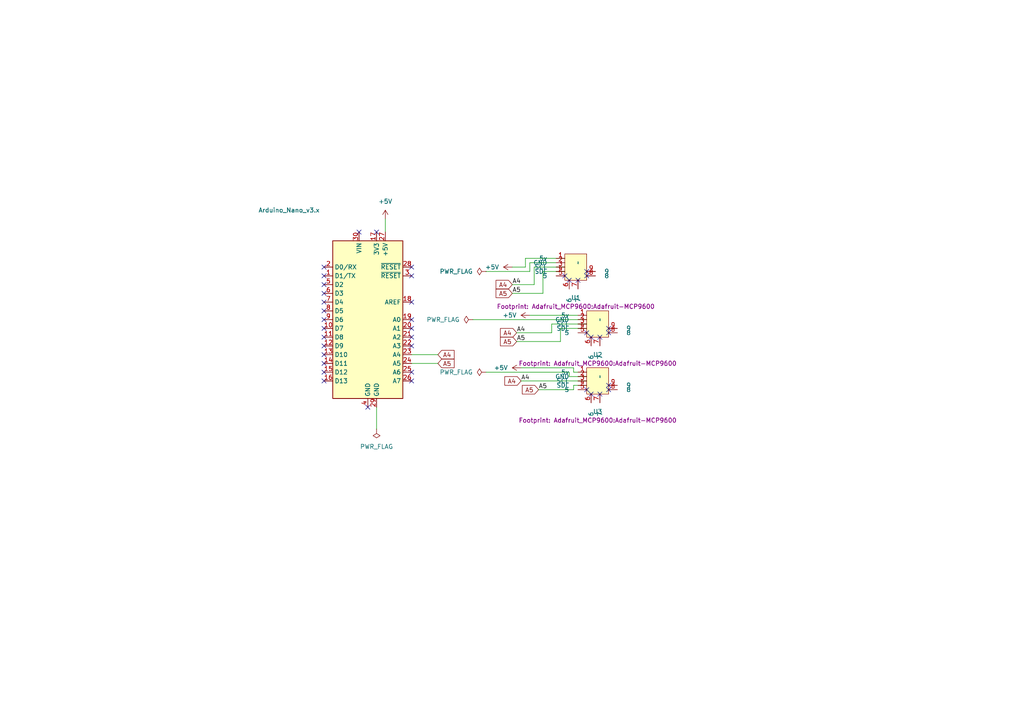
<source format=kicad_sch>
(kicad_sch (version 20230121) (generator eeschema)

  (uuid 9ded06e8-5657-4991-8429-822ef9e835a3)

  (paper "A4")

  (lib_symbols
    (symbol "MCU_Module:Arduino_Nano_v3.x" (in_bom yes) (on_board yes)
      (property "Reference" "A" (at -10.16 23.495 0)
        (effects (font (size 1.27 1.27)) (justify left bottom))
      )
      (property "Value" "Arduino_Nano_v3.x" (at 5.08 -24.13 0)
        (effects (font (size 1.27 1.27)) (justify left top))
      )
      (property "Footprint" "Module:Arduino_Nano" (at 0 0 0)
        (effects (font (size 1.27 1.27) italic) hide)
      )
      (property "Datasheet" "http://www.mouser.com/pdfdocs/Gravitech_Arduino_Nano3_0.pdf" (at 0 0 0)
        (effects (font (size 1.27 1.27)) hide)
      )
      (property "ki_keywords" "Arduino nano microcontroller module USB" (at 0 0 0)
        (effects (font (size 1.27 1.27)) hide)
      )
      (property "ki_description" "Arduino Nano v3.x" (at 0 0 0)
        (effects (font (size 1.27 1.27)) hide)
      )
      (property "ki_fp_filters" "Arduino*Nano*" (at 0 0 0)
        (effects (font (size 1.27 1.27)) hide)
      )
      (symbol "Arduino_Nano_v3.x_0_1"
        (rectangle (start -10.16 22.86) (end 10.16 -22.86)
          (stroke (width 0.254) (type default))
          (fill (type background))
        )
      )
      (symbol "Arduino_Nano_v3.x_1_1"
        (pin bidirectional line (at -12.7 12.7 0) (length 2.54)
          (name "D1/TX" (effects (font (size 1.27 1.27))))
          (number "1" (effects (font (size 1.27 1.27))))
        )
        (pin bidirectional line (at -12.7 -2.54 0) (length 2.54)
          (name "D7" (effects (font (size 1.27 1.27))))
          (number "10" (effects (font (size 1.27 1.27))))
        )
        (pin bidirectional line (at -12.7 -5.08 0) (length 2.54)
          (name "D8" (effects (font (size 1.27 1.27))))
          (number "11" (effects (font (size 1.27 1.27))))
        )
        (pin bidirectional line (at -12.7 -7.62 0) (length 2.54)
          (name "D9" (effects (font (size 1.27 1.27))))
          (number "12" (effects (font (size 1.27 1.27))))
        )
        (pin bidirectional line (at -12.7 -10.16 0) (length 2.54)
          (name "D10" (effects (font (size 1.27 1.27))))
          (number "13" (effects (font (size 1.27 1.27))))
        )
        (pin bidirectional line (at -12.7 -12.7 0) (length 2.54)
          (name "D11" (effects (font (size 1.27 1.27))))
          (number "14" (effects (font (size 1.27 1.27))))
        )
        (pin bidirectional line (at -12.7 -15.24 0) (length 2.54)
          (name "D12" (effects (font (size 1.27 1.27))))
          (number "15" (effects (font (size 1.27 1.27))))
        )
        (pin bidirectional line (at -12.7 -17.78 0) (length 2.54)
          (name "D13" (effects (font (size 1.27 1.27))))
          (number "16" (effects (font (size 1.27 1.27))))
        )
        (pin power_out line (at 2.54 25.4 270) (length 2.54)
          (name "3V3" (effects (font (size 1.27 1.27))))
          (number "17" (effects (font (size 1.27 1.27))))
        )
        (pin input line (at 12.7 5.08 180) (length 2.54)
          (name "AREF" (effects (font (size 1.27 1.27))))
          (number "18" (effects (font (size 1.27 1.27))))
        )
        (pin bidirectional line (at 12.7 0 180) (length 2.54)
          (name "A0" (effects (font (size 1.27 1.27))))
          (number "19" (effects (font (size 1.27 1.27))))
        )
        (pin bidirectional line (at -12.7 15.24 0) (length 2.54)
          (name "D0/RX" (effects (font (size 1.27 1.27))))
          (number "2" (effects (font (size 1.27 1.27))))
        )
        (pin bidirectional line (at 12.7 -2.54 180) (length 2.54)
          (name "A1" (effects (font (size 1.27 1.27))))
          (number "20" (effects (font (size 1.27 1.27))))
        )
        (pin bidirectional line (at 12.7 -5.08 180) (length 2.54)
          (name "A2" (effects (font (size 1.27 1.27))))
          (number "21" (effects (font (size 1.27 1.27))))
        )
        (pin bidirectional line (at 12.7 -7.62 180) (length 2.54)
          (name "A3" (effects (font (size 1.27 1.27))))
          (number "22" (effects (font (size 1.27 1.27))))
        )
        (pin bidirectional line (at 12.7 -10.16 180) (length 2.54)
          (name "A4" (effects (font (size 1.27 1.27))))
          (number "23" (effects (font (size 1.27 1.27))))
        )
        (pin bidirectional line (at 12.7 -12.7 180) (length 2.54)
          (name "A5" (effects (font (size 1.27 1.27))))
          (number "24" (effects (font (size 1.27 1.27))))
        )
        (pin bidirectional line (at 12.7 -15.24 180) (length 2.54)
          (name "A6" (effects (font (size 1.27 1.27))))
          (number "25" (effects (font (size 1.27 1.27))))
        )
        (pin bidirectional line (at 12.7 -17.78 180) (length 2.54)
          (name "A7" (effects (font (size 1.27 1.27))))
          (number "26" (effects (font (size 1.27 1.27))))
        )
        (pin power_out line (at 5.08 25.4 270) (length 2.54)
          (name "+5V" (effects (font (size 1.27 1.27))))
          (number "27" (effects (font (size 1.27 1.27))))
        )
        (pin input line (at 12.7 15.24 180) (length 2.54)
          (name "~{RESET}" (effects (font (size 1.27 1.27))))
          (number "28" (effects (font (size 1.27 1.27))))
        )
        (pin power_in line (at 2.54 -25.4 90) (length 2.54)
          (name "GND" (effects (font (size 1.27 1.27))))
          (number "29" (effects (font (size 1.27 1.27))))
        )
        (pin input line (at 12.7 12.7 180) (length 2.54)
          (name "~{RESET}" (effects (font (size 1.27 1.27))))
          (number "3" (effects (font (size 1.27 1.27))))
        )
        (pin power_in line (at -2.54 25.4 270) (length 2.54)
          (name "VIN" (effects (font (size 1.27 1.27))))
          (number "30" (effects (font (size 1.27 1.27))))
        )
        (pin power_in line (at 0 -25.4 90) (length 2.54)
          (name "GND" (effects (font (size 1.27 1.27))))
          (number "4" (effects (font (size 1.27 1.27))))
        )
        (pin bidirectional line (at -12.7 10.16 0) (length 2.54)
          (name "D2" (effects (font (size 1.27 1.27))))
          (number "5" (effects (font (size 1.27 1.27))))
        )
        (pin bidirectional line (at -12.7 7.62 0) (length 2.54)
          (name "D3" (effects (font (size 1.27 1.27))))
          (number "6" (effects (font (size 1.27 1.27))))
        )
        (pin bidirectional line (at -12.7 5.08 0) (length 2.54)
          (name "D4" (effects (font (size 1.27 1.27))))
          (number "7" (effects (font (size 1.27 1.27))))
        )
        (pin bidirectional line (at -12.7 2.54 0) (length 2.54)
          (name "D5" (effects (font (size 1.27 1.27))))
          (number "8" (effects (font (size 1.27 1.27))))
        )
        (pin bidirectional line (at -12.7 0 0) (length 2.54)
          (name "D6" (effects (font (size 1.27 1.27))))
          (number "9" (effects (font (size 1.27 1.27))))
        )
      )
    )
    (symbol "New_Library:Adafruit-MCP9600" (pin_names (offset 2.54)) (in_bom yes) (on_board yes)
      (property "Reference" "U" (at -1.27 6.35 0)
        (effects (font (size 1.27 1.27)))
      )
      (property "Value" "" (at -1.27 2.54 0)
        (effects (font (size 1.27 1.27)))
      )
      (property "Footprint" "Adafruit_MCP9600:Adafruit-MCP9600" (at 0 8.89 0) (show_name)
        (effects (font (size 1.27 1.27)))
      )
      (property "Datasheet" "" (at -1.27 2.54 0)
        (effects (font (size 1.27 1.27)) hide)
      )
      (symbol "Adafruit-MCP9600_1_1"
        (rectangle (start -3.81 5.08) (end 3.81 -1.27)
          (stroke (width 0) (type default))
          (fill (type background))
        )
        (pin input line (at -2.54 -1.27 270) (length 2.54)
          (name "5v" (effects (font (size 1.27 1.27))))
          (number "1" (effects (font (size 1.27 1.27))))
        )
        (pin input line (at -1.27 -1.27 270) (length 2.54)
          (name "GND" (effects (font (size 1.27 1.27))))
          (number "2" (effects (font (size 1.27 1.27))))
        )
        (pin input line (at 0 -1.27 270) (length 2.54)
          (name "SCL" (effects (font (size 1.27 1.27))))
          (number "3" (effects (font (size 1.27 1.27))))
        )
        (pin input line (at 1.27 -1.27 270) (length 2.54)
          (name "SDL" (effects (font (size 1.27 1.27))))
          (number "4" (effects (font (size 1.27 1.27))))
        )
        (pin input line (at 2.54 -1.27 270) (length 2.54)
          (name "5" (effects (font (size 1.27 1.27))))
          (number "5" (effects (font (size 1.27 1.27))))
        )
        (pin input line (at 3.81 0 0) (length 2.54)
          (name "6" (effects (font (size 1.27 1.27))))
          (number "6" (effects (font (size 1.27 1.27))))
        )
        (pin input line (at 3.81 2.54 0) (length 2.54)
          (name "7" (effects (font (size 1.27 1.27))))
          (number "7" (effects (font (size 1.27 1.27))))
        )
        (pin input line (at 2.54 5.08 90) (length 2.54)
          (name "8" (effects (font (size 1.27 1.27))))
          (number "8" (effects (font (size 1.27 1.27))))
        )
        (pin input line (at 1.27 5.08 90) (length 2.54)
          (name "9" (effects (font (size 1.27 1.27))))
          (number "9" (effects (font (size 1.27 1.27))))
        )
      )
    )
    (symbol "power:+5V" (power) (pin_names (offset 0)) (in_bom yes) (on_board yes)
      (property "Reference" "#PWR" (at 0 -3.81 0)
        (effects (font (size 1.27 1.27)) hide)
      )
      (property "Value" "+5V" (at 0 3.556 0)
        (effects (font (size 1.27 1.27)))
      )
      (property "Footprint" "" (at 0 0 0)
        (effects (font (size 1.27 1.27)) hide)
      )
      (property "Datasheet" "" (at 0 0 0)
        (effects (font (size 1.27 1.27)) hide)
      )
      (property "ki_keywords" "global power" (at 0 0 0)
        (effects (font (size 1.27 1.27)) hide)
      )
      (property "ki_description" "Power symbol creates a global label with name \"+5V\"" (at 0 0 0)
        (effects (font (size 1.27 1.27)) hide)
      )
      (symbol "+5V_0_1"
        (polyline
          (pts
            (xy -0.762 1.27)
            (xy 0 2.54)
          )
          (stroke (width 0) (type default))
          (fill (type none))
        )
        (polyline
          (pts
            (xy 0 0)
            (xy 0 2.54)
          )
          (stroke (width 0) (type default))
          (fill (type none))
        )
        (polyline
          (pts
            (xy 0 2.54)
            (xy 0.762 1.27)
          )
          (stroke (width 0) (type default))
          (fill (type none))
        )
      )
      (symbol "+5V_1_1"
        (pin power_in line (at 0 0 90) (length 0) hide
          (name "+5V" (effects (font (size 1.27 1.27))))
          (number "1" (effects (font (size 1.27 1.27))))
        )
      )
    )
    (symbol "power:PWR_FLAG" (power) (pin_numbers hide) (pin_names (offset 0) hide) (in_bom yes) (on_board yes)
      (property "Reference" "#FLG" (at 0 1.905 0)
        (effects (font (size 1.27 1.27)) hide)
      )
      (property "Value" "PWR_FLAG" (at 0 3.81 0)
        (effects (font (size 1.27 1.27)))
      )
      (property "Footprint" "" (at 0 0 0)
        (effects (font (size 1.27 1.27)) hide)
      )
      (property "Datasheet" "~" (at 0 0 0)
        (effects (font (size 1.27 1.27)) hide)
      )
      (property "ki_keywords" "flag power" (at 0 0 0)
        (effects (font (size 1.27 1.27)) hide)
      )
      (property "ki_description" "Special symbol for telling ERC where power comes from" (at 0 0 0)
        (effects (font (size 1.27 1.27)) hide)
      )
      (symbol "PWR_FLAG_0_0"
        (pin power_out line (at 0 0 90) (length 0)
          (name "pwr" (effects (font (size 1.27 1.27))))
          (number "1" (effects (font (size 1.27 1.27))))
        )
      )
      (symbol "PWR_FLAG_0_1"
        (polyline
          (pts
            (xy 0 0)
            (xy 0 1.27)
            (xy -1.016 1.905)
            (xy 0 2.54)
            (xy 1.016 1.905)
            (xy 0 1.27)
          )
          (stroke (width 0) (type default))
          (fill (type none))
        )
      )
    )
  )


  (no_connect (at 119.38 80.01) (uuid 00c6f848-e289-4410-99de-76d857f766cf))
  (no_connect (at 119.38 92.71) (uuid 06cdbb1d-4fe4-4df7-a1e7-ebf94e61a80c))
  (no_connect (at 93.98 82.55) (uuid 0e85a7dc-0b7d-47a1-88ae-a345c6083565))
  (no_connect (at 119.38 107.95) (uuid 1383947c-3a9b-481a-8ef4-da86747c81e0))
  (no_connect (at 165.1 81.28) (uuid 19f381d0-43d3-4d74-baed-6e38b3e16802))
  (no_connect (at 119.38 77.47) (uuid 3334fce6-6e7a-4383-926d-c3b6da873b44))
  (no_connect (at 170.18 78.74) (uuid 3bcc97c2-0031-4aa9-9bdf-61dc42f1f98a))
  (no_connect (at 171.45 114.3) (uuid 3ccdedcf-6a04-4f74-be22-56d8ab47ad5d))
  (no_connect (at 93.98 85.09) (uuid 3cd77a28-b35c-4ada-8c7d-e4654cff6778))
  (no_connect (at 93.98 102.87) (uuid 46a57997-eac4-469e-afc0-d5e3514a483a))
  (no_connect (at 93.98 90.17) (uuid 477e586c-6b5d-4698-8e27-abde8da33acf))
  (no_connect (at 93.98 100.33) (uuid 4a9bec73-5134-4f08-ac15-c531b4a57670))
  (no_connect (at 176.53 113.03) (uuid 52c9e5b4-a1fc-4465-ac52-8e4363e35a21))
  (no_connect (at 176.53 96.52) (uuid 5c159874-94dc-4d8c-90ee-b8a36922f8e9))
  (no_connect (at 167.64 81.28) (uuid 5ca99fb3-cbdb-422c-a1bc-16d7d1170129))
  (no_connect (at 93.98 80.01) (uuid 66405115-7f53-44ba-9743-c1f0d72b2543))
  (no_connect (at 173.99 97.79) (uuid 6b8e977e-cb45-427e-85c9-4b827e21297d))
  (no_connect (at 176.53 95.25) (uuid 6d78f862-de90-4b32-b56e-154fa79230ea))
  (no_connect (at 163.83 80.01) (uuid 6e531bd9-4c88-49b6-a864-1e462e2233b5))
  (no_connect (at 119.38 100.33) (uuid 70f2cc99-e57f-46db-b216-f9e1480945a9))
  (no_connect (at 170.18 80.01) (uuid 7807d098-4867-4af0-a802-e41ab734ac54))
  (no_connect (at 170.18 96.52) (uuid 83f1873d-a639-435f-b550-81075162c697))
  (no_connect (at 119.38 95.25) (uuid 93ab56ad-8900-4474-acfa-a93fcb0f8ef0))
  (no_connect (at 171.45 97.79) (uuid a0268349-a0a9-4ce8-ba66-795941b6bcf8))
  (no_connect (at 106.68 118.11) (uuid a5e157bb-15c2-4327-9668-209ed00909a7))
  (no_connect (at 173.99 114.3) (uuid ad675dd8-a829-4eba-8905-004bd2e14582))
  (no_connect (at 170.18 113.03) (uuid ae3ca019-62e1-4e85-a4ab-ddad17d44ff6))
  (no_connect (at 119.38 110.49) (uuid b112ff6f-6a88-46ac-8692-e8cf9598c6c9))
  (no_connect (at 176.53 111.76) (uuid b9e3c395-b806-4923-bf74-c5099f797c6b))
  (no_connect (at 93.98 107.95) (uuid bb51430c-4802-4f6e-911d-605547360363))
  (no_connect (at 93.98 105.41) (uuid c43bd88c-f564-4fff-86ab-76ca862f4685))
  (no_connect (at 93.98 77.47) (uuid d29c65c6-e814-4427-8f8f-12eb2dc190f9))
  (no_connect (at 119.38 97.79) (uuid d3ecacd1-bc96-4710-8fc9-6cbb65a02070))
  (no_connect (at 93.98 87.63) (uuid d62e19ea-8d4f-4a67-8514-bf5a32bf82ac))
  (no_connect (at 119.38 87.63) (uuid e2d0f648-b399-4154-a94d-cbe6d43eec4e))
  (no_connect (at 93.98 92.71) (uuid e3398bd8-3779-480f-a829-a06fb955d36d))
  (no_connect (at 93.98 97.79) (uuid e3b129f8-b94d-48e0-9890-7aa2a62015b7))
  (no_connect (at 104.14 67.31) (uuid e4405b70-b0fc-4ee2-b407-cf4fe75e4ced))
  (no_connect (at 93.98 110.49) (uuid e4f527cf-8f86-4632-a3af-2c54ed9e733e))
  (no_connect (at 93.98 95.25) (uuid ef3af16d-d2e9-4366-8383-e6da77d49d12))
  (no_connect (at 109.22 67.31) (uuid ef65b39d-adf0-4bd4-b638-e9bdc3673d92))

  (wire (pts (xy 140.97 107.95) (xy 165.1 107.95))
    (stroke (width 0) (type default))
    (uuid 060aee45-c8fa-4e2b-9c96-d59db49737ae)
  )
  (wire (pts (xy 157.48 78.74) (xy 163.83 78.74))
    (stroke (width 0) (type default))
    (uuid 0dfcb357-849e-46b1-99a0-47a4d5404717)
  )
  (wire (pts (xy 160.02 96.52) (xy 149.86 96.52))
    (stroke (width 0) (type default))
    (uuid 138842fc-f844-4c4e-b98d-4aebf3860daf)
  )
  (wire (pts (xy 162.56 99.06) (xy 162.56 95.25))
    (stroke (width 0) (type default))
    (uuid 193265d1-c5a7-47d8-948c-0277fed49b40)
  )
  (wire (pts (xy 153.67 78.74) (xy 153.67 76.2))
    (stroke (width 0) (type default))
    (uuid 1dcc524f-5159-48a4-9a5d-5a791d51e777)
  )
  (wire (pts (xy 149.86 99.06) (xy 162.56 99.06))
    (stroke (width 0) (type default))
    (uuid 223ee276-1df3-49b0-878e-a0d5fe41c0cd)
  )
  (wire (pts (xy 154.94 82.55) (xy 154.94 77.47))
    (stroke (width 0) (type default))
    (uuid 2ccd7864-11ad-4f33-8377-24cdf661a07e)
  )
  (wire (pts (xy 166.37 107.95) (xy 170.18 107.95))
    (stroke (width 0) (type default))
    (uuid 34788882-0637-4114-b29a-f124e18bdf49)
  )
  (wire (pts (xy 109.22 124.46) (xy 109.22 118.11))
    (stroke (width 0) (type default))
    (uuid 465cecab-26d2-46f8-8c19-4b04edb56c50)
  )
  (wire (pts (xy 148.59 85.09) (xy 157.48 85.09))
    (stroke (width 0) (type default))
    (uuid 4d13f041-57b7-4b66-a6f8-fa832e9e0205)
  )
  (wire (pts (xy 140.97 78.74) (xy 153.67 78.74))
    (stroke (width 0) (type default))
    (uuid 52c27a2e-850c-485e-ad00-8ff637230659)
  )
  (wire (pts (xy 152.4 74.93) (xy 163.83 74.93))
    (stroke (width 0) (type default))
    (uuid 5af4a7a6-0c09-4fe2-8fb2-167f610c28a9)
  )
  (wire (pts (xy 151.13 106.68) (xy 166.37 106.68))
    (stroke (width 0) (type default))
    (uuid 5c29ac6f-63a6-4a92-a5ae-2e5e29be8408)
  )
  (wire (pts (xy 111.76 63.5) (xy 111.76 67.31))
    (stroke (width 0) (type default))
    (uuid 6281d5ac-351b-44b8-aff5-3a9d9ede46b7)
  )
  (wire (pts (xy 153.67 76.2) (xy 163.83 76.2))
    (stroke (width 0) (type default))
    (uuid 661e530e-9060-4b9f-bc3c-2017d58de2ff)
  )
  (wire (pts (xy 151.13 110.49) (xy 170.18 110.49))
    (stroke (width 0) (type default))
    (uuid 671402c4-be83-4aee-bb31-000f26985b48)
  )
  (wire (pts (xy 137.16 92.71) (xy 170.18 92.71))
    (stroke (width 0) (type default))
    (uuid 68c484eb-0575-444b-8688-c5e0856c2f8d)
  )
  (wire (pts (xy 162.56 95.25) (xy 170.18 95.25))
    (stroke (width 0) (type default))
    (uuid 8c06d8be-9217-4485-8bee-b021957fbe8e)
  )
  (wire (pts (xy 119.38 102.87) (xy 127 102.87))
    (stroke (width 0) (type default))
    (uuid 8f1c3594-d63a-43af-b425-24abe5644371)
  )
  (wire (pts (xy 153.67 91.44) (xy 170.18 91.44))
    (stroke (width 0) (type default))
    (uuid 9dfce399-7846-4dbc-8d37-06b58b3f3a71)
  )
  (wire (pts (xy 165.1 109.22) (xy 170.18 109.22))
    (stroke (width 0) (type default))
    (uuid 9e2ae7a6-43e0-4f15-9a0f-7c1ba4896f5b)
  )
  (wire (pts (xy 157.48 85.09) (xy 157.48 78.74))
    (stroke (width 0) (type default))
    (uuid b5f745d4-3217-4c1a-922b-a300e0e0a4b7)
  )
  (wire (pts (xy 165.1 107.95) (xy 165.1 109.22))
    (stroke (width 0) (type default))
    (uuid bdae355f-c892-4e39-a81e-ca324d69d049)
  )
  (wire (pts (xy 119.38 105.41) (xy 127 105.41))
    (stroke (width 0) (type default))
    (uuid c17e9cdf-1c0b-47c6-a734-305874383734)
  )
  (wire (pts (xy 166.37 113.03) (xy 166.37 111.76))
    (stroke (width 0) (type default))
    (uuid d6064048-5725-483d-887c-88060179e2cd)
  )
  (wire (pts (xy 148.59 82.55) (xy 154.94 82.55))
    (stroke (width 0) (type default))
    (uuid db02e1f8-7081-4e39-a38e-99cf5e7562d6)
  )
  (wire (pts (xy 160.02 93.98) (xy 160.02 96.52))
    (stroke (width 0) (type default))
    (uuid dcdc493f-7ec0-480a-91cc-0af50041a72b)
  )
  (wire (pts (xy 166.37 111.76) (xy 170.18 111.76))
    (stroke (width 0) (type default))
    (uuid e558d084-ba82-49cc-a80f-8b93bb226edb)
  )
  (wire (pts (xy 156.21 113.03) (xy 166.37 113.03))
    (stroke (width 0) (type default))
    (uuid e69d5f6b-f799-4c56-9046-c1b81dea408e)
  )
  (wire (pts (xy 170.18 93.98) (xy 160.02 93.98))
    (stroke (width 0) (type default))
    (uuid e930ab34-6036-4ef1-9490-4bb8a80153c9)
  )
  (wire (pts (xy 148.59 77.47) (xy 152.4 77.47))
    (stroke (width 0) (type default))
    (uuid f22b3570-10a0-411a-8c86-78d88492ba7b)
  )
  (wire (pts (xy 166.37 106.68) (xy 166.37 107.95))
    (stroke (width 0) (type default))
    (uuid f4112e9a-dc0d-4d7f-8854-9c1e5f76fc31)
  )
  (wire (pts (xy 154.94 77.47) (xy 163.83 77.47))
    (stroke (width 0) (type default))
    (uuid f9a5cc03-5999-4d26-b5b3-2d2d6d57a72e)
  )
  (wire (pts (xy 152.4 77.47) (xy 152.4 74.93))
    (stroke (width 0) (type default))
    (uuid fd8e6d76-356c-4800-9733-3346a1da86cd)
  )

  (label "A5" (at 156.21 113.03 0) (fields_autoplaced)
    (effects (font (size 1.27 1.27)) (justify left bottom))
    (uuid 1131ec80-d900-4186-a87c-bc5e1736be66)
  )
  (label "A5" (at 148.59 85.09 0) (fields_autoplaced)
    (effects (font (size 1.27 1.27)) (justify left bottom))
    (uuid 1aa45b31-931c-4db9-b38d-0745e82402fe)
  )
  (label "A4" (at 148.59 82.55 0) (fields_autoplaced)
    (effects (font (size 1.27 1.27)) (justify left bottom))
    (uuid 2c2e4603-54b0-4c7f-adbd-a85684bd4337)
  )
  (label "A5" (at 149.86 99.06 0) (fields_autoplaced)
    (effects (font (size 1.27 1.27)) (justify left bottom))
    (uuid 65b11ba2-8802-4a33-af02-39098ac151c9)
  )
  (label "A4" (at 149.86 96.52 0) (fields_autoplaced)
    (effects (font (size 1.27 1.27)) (justify left bottom))
    (uuid 69659599-9b95-4690-9420-d019696bbdcd)
  )
  (label "A4" (at 151.13 110.49 0) (fields_autoplaced)
    (effects (font (size 1.27 1.27)) (justify left bottom))
    (uuid d5a254f5-2413-41db-87dd-19822a8036b1)
  )

  (global_label "A5" (shape input) (at 149.86 99.06 180) (fields_autoplaced)
    (effects (font (size 1.27 1.27)) (justify right))
    (uuid 15654198-859a-4a9f-b312-7a0aaf3c190b)
    (property "Intersheetrefs" "${INTERSHEET_REFS}" (at 144.5767 99.06 0)
      (effects (font (size 1.27 1.27)) (justify right) hide)
    )
  )
  (global_label "A4" (shape input) (at 127 102.87 0) (fields_autoplaced)
    (effects (font (size 1.27 1.27)) (justify left))
    (uuid 37ba05de-cdad-4174-b382-88edf26b716d)
    (property "Intersheetrefs" "${INTERSHEET_REFS}" (at 132.2833 102.87 0)
      (effects (font (size 1.27 1.27)) (justify left) hide)
    )
  )
  (global_label "A4" (shape input) (at 151.13 110.49 180) (fields_autoplaced)
    (effects (font (size 1.27 1.27)) (justify right))
    (uuid 4458c98c-628e-4806-88f9-0725afc9ecf6)
    (property "Intersheetrefs" "${INTERSHEET_REFS}" (at 145.8467 110.49 0)
      (effects (font (size 1.27 1.27)) (justify right) hide)
    )
  )
  (global_label "A4" (shape input) (at 148.59 82.55 180) (fields_autoplaced)
    (effects (font (size 1.27 1.27)) (justify right))
    (uuid 4bbc9ec3-3ab1-4fcd-a124-7a0c7b31d490)
    (property "Intersheetrefs" "${INTERSHEET_REFS}" (at 143.3067 82.55 0)
      (effects (font (size 1.27 1.27)) (justify right) hide)
    )
  )
  (global_label "A5" (shape input) (at 148.59 85.09 180) (fields_autoplaced)
    (effects (font (size 1.27 1.27)) (justify right))
    (uuid 9970a012-7828-4908-8a3e-c03d5f628468)
    (property "Intersheetrefs" "${INTERSHEET_REFS}" (at 143.3067 85.09 0)
      (effects (font (size 1.27 1.27)) (justify right) hide)
    )
  )
  (global_label "A5" (shape input) (at 156.21 113.03 180) (fields_autoplaced)
    (effects (font (size 1.27 1.27)) (justify right))
    (uuid c3d1bf56-ba30-4e68-9142-c1591ce1156b)
    (property "Intersheetrefs" "${INTERSHEET_REFS}" (at 150.9267 113.03 0)
      (effects (font (size 1.27 1.27)) (justify right) hide)
    )
  )
  (global_label "A5" (shape input) (at 127 105.41 0) (fields_autoplaced)
    (effects (font (size 1.27 1.27)) (justify left))
    (uuid da327259-3707-4c9e-99ae-072ac349f321)
    (property "Intersheetrefs" "${INTERSHEET_REFS}" (at 132.2833 105.41 0)
      (effects (font (size 1.27 1.27)) (justify left) hide)
    )
  )
  (global_label "A4" (shape input) (at 149.86 96.52 180) (fields_autoplaced)
    (effects (font (size 1.27 1.27)) (justify right))
    (uuid fdba3c6e-df16-47b5-bbb8-e0d6c46d89b1)
    (property "Intersheetrefs" "${INTERSHEET_REFS}" (at 144.5767 96.52 0)
      (effects (font (size 1.27 1.27)) (justify right) hide)
    )
  )

  (symbol (lib_id "New_Library:Adafruit-MCP9600") (at 165.1 77.47 270) (unit 1)
    (in_bom yes) (on_board yes) (dnp no) (fields_autoplaced)
    (uuid 15e83f23-cb8e-4dcc-ac53-a75d9ef3e176)
    (property "Reference" "U1" (at 167.005 86.36 90)
      (effects (font (size 1.27 1.27)))
    )
    (property "Value" "~" (at 167.64 76.2 0)
      (effects (font (size 1.27 1.27)))
    )
    (property "Footprint" "Adafruit_MCP9600:Adafruit-MCP9600" (at 167.005 88.9 90) (show_name)
      (effects (font (size 1.27 1.27)))
    )
    (property "Datasheet" "" (at 167.64 76.2 0)
      (effects (font (size 1.27 1.27)) hide)
    )
    (pin "9" (uuid 660aec52-c80c-4c10-ac6e-9fa2742dcaca))
    (pin "8" (uuid 832449c1-a2f8-4c0c-8ad8-c7d0a14041cd))
    (pin "3" (uuid f006e94f-e64b-49f8-8bb7-9465dff0ff8c))
    (pin "1" (uuid 5ece263e-a3b3-41c7-b06c-d294768c3768))
    (pin "2" (uuid 027b1c5c-60ed-40b4-abeb-4919677e1dbe))
    (pin "4" (uuid b94c7ee1-2cb2-4615-8cbf-07d65df25025))
    (pin "5" (uuid c422d0a5-3e80-4757-90d9-b128bc09ea3e))
    (pin "6" (uuid c065f057-6d1c-4916-af0d-1b374aed128d))
    (pin "7" (uuid 251a914c-7a64-463d-8707-f7d964331de7))
    (instances
      (project "rocket"
        (path "/9ded06e8-5657-4991-8429-822ef9e835a3"
          (reference "U1") (unit 1)
        )
      )
    )
  )

  (symbol (lib_id "power:PWR_FLAG") (at 140.97 107.95 90) (unit 1)
    (in_bom yes) (on_board yes) (dnp no) (fields_autoplaced)
    (uuid 256b2879-7486-4954-9394-1a9fdc9eaebb)
    (property "Reference" "#FLG02" (at 139.065 107.95 0)
      (effects (font (size 1.27 1.27)) hide)
    )
    (property "Value" "PWR_FLAG" (at 137.16 107.95 90)
      (effects (font (size 1.27 1.27)) (justify left))
    )
    (property "Footprint" "" (at 140.97 107.95 0)
      (effects (font (size 1.27 1.27)) hide)
    )
    (property "Datasheet" "~" (at 140.97 107.95 0)
      (effects (font (size 1.27 1.27)) hide)
    )
    (pin "1" (uuid df349353-8021-4154-b30e-b8b07cfc17ad))
    (instances
      (project "rocket"
        (path "/9ded06e8-5657-4991-8429-822ef9e835a3"
          (reference "#FLG02") (unit 1)
        )
      )
    )
  )

  (symbol (lib_id "power:+5V") (at 151.13 106.68 90) (unit 1)
    (in_bom yes) (on_board yes) (dnp no) (fields_autoplaced)
    (uuid 584620e8-49b2-41f2-9cb5-3a2a217b0f9b)
    (property "Reference" "#PWR05" (at 154.94 106.68 0)
      (effects (font (size 1.27 1.27)) hide)
    )
    (property "Value" "+5V" (at 147.32 106.68 90)
      (effects (font (size 1.27 1.27)) (justify left))
    )
    (property "Footprint" "" (at 151.13 106.68 0)
      (effects (font (size 1.27 1.27)) hide)
    )
    (property "Datasheet" "" (at 151.13 106.68 0)
      (effects (font (size 1.27 1.27)) hide)
    )
    (pin "1" (uuid 77854d16-c168-4541-a55f-a7a676df274f))
    (instances
      (project "rocket"
        (path "/9ded06e8-5657-4991-8429-822ef9e835a3"
          (reference "#PWR05") (unit 1)
        )
      )
    )
  )

  (symbol (lib_id "power:+5V") (at 153.67 91.44 90) (unit 1)
    (in_bom yes) (on_board yes) (dnp no) (fields_autoplaced)
    (uuid 63d7141d-0ca2-482b-9e48-855f5761d811)
    (property "Reference" "#PWR04" (at 157.48 91.44 0)
      (effects (font (size 1.27 1.27)) hide)
    )
    (property "Value" "+5V" (at 149.86 91.44 90)
      (effects (font (size 1.27 1.27)) (justify left))
    )
    (property "Footprint" "" (at 153.67 91.44 0)
      (effects (font (size 1.27 1.27)) hide)
    )
    (property "Datasheet" "" (at 153.67 91.44 0)
      (effects (font (size 1.27 1.27)) hide)
    )
    (pin "1" (uuid 816f227b-38f1-419f-a088-a37edbaaf676))
    (instances
      (project "rocket"
        (path "/9ded06e8-5657-4991-8429-822ef9e835a3"
          (reference "#PWR04") (unit 1)
        )
      )
    )
  )

  (symbol (lib_id "power:PWR_FLAG") (at 109.22 124.46 180) (unit 1)
    (in_bom yes) (on_board yes) (dnp no) (fields_autoplaced)
    (uuid 6b5c3275-3436-4c9a-90a4-86293be5c7e2)
    (property "Reference" "#FLG01" (at 109.22 126.365 0)
      (effects (font (size 1.27 1.27)) hide)
    )
    (property "Value" "PWR_FLAG" (at 109.22 129.54 0)
      (effects (font (size 1.27 1.27)))
    )
    (property "Footprint" "" (at 109.22 124.46 0)
      (effects (font (size 1.27 1.27)) hide)
    )
    (property "Datasheet" "~" (at 109.22 124.46 0)
      (effects (font (size 1.27 1.27)) hide)
    )
    (pin "1" (uuid cc278064-1668-4039-ae37-8a8b0fd50e82))
    (instances
      (project "rocket"
        (path "/9ded06e8-5657-4991-8429-822ef9e835a3"
          (reference "#FLG01") (unit 1)
        )
      )
    )
  )

  (symbol (lib_id "New_Library:Adafruit-MCP9600") (at 171.45 110.49 270) (unit 1)
    (in_bom yes) (on_board yes) (dnp no) (fields_autoplaced)
    (uuid 90179eb4-5269-4766-9848-25d8c4e6e5ad)
    (property "Reference" "U3" (at 173.355 119.38 90)
      (effects (font (size 1.27 1.27)))
    )
    (property "Value" "~" (at 173.99 109.22 0)
      (effects (font (size 1.27 1.27)))
    )
    (property "Footprint" "Adafruit_MCP9600:Adafruit-MCP9600" (at 173.355 121.92 90) (show_name)
      (effects (font (size 1.27 1.27)))
    )
    (property "Datasheet" "" (at 173.99 109.22 0)
      (effects (font (size 1.27 1.27)) hide)
    )
    (pin "1" (uuid 0904feff-fa04-4c2b-bbd9-fa4aefae8c94))
    (pin "8" (uuid a0087cdc-d0fe-47de-9ca8-8e95bd9963e1))
    (pin "4" (uuid ccbef48d-9b03-4b78-94bb-400d8d79a0cd))
    (pin "5" (uuid 48aade05-04eb-4100-88a4-bcbc53a2f3fd))
    (pin "7" (uuid fcc629d5-7731-4759-a46d-bb81648413cd))
    (pin "3" (uuid 17ed67ee-bcc5-4ba5-b10c-5f31a25191d2))
    (pin "2" (uuid 01a07a0e-583b-425c-b0eb-fdf35e4fdf04))
    (pin "6" (uuid 8d79737f-10fe-4efa-819b-2b87b25e3006))
    (pin "9" (uuid 48753544-806a-493f-9994-e32d2d9bf7bf))
    (instances
      (project "rocket"
        (path "/9ded06e8-5657-4991-8429-822ef9e835a3"
          (reference "U3") (unit 1)
        )
      )
    )
  )

  (symbol (lib_id "power:+5V") (at 148.59 77.47 90) (unit 1)
    (in_bom yes) (on_board yes) (dnp no) (fields_autoplaced)
    (uuid c37cfa4c-2405-4294-b852-dbee4d7199e2)
    (property "Reference" "#PWR03" (at 152.4 77.47 0)
      (effects (font (size 1.27 1.27)) hide)
    )
    (property "Value" "+5V" (at 144.78 77.47 90)
      (effects (font (size 1.27 1.27)) (justify left))
    )
    (property "Footprint" "" (at 148.59 77.47 0)
      (effects (font (size 1.27 1.27)) hide)
    )
    (property "Datasheet" "" (at 148.59 77.47 0)
      (effects (font (size 1.27 1.27)) hide)
    )
    (pin "1" (uuid 7cf9d29e-8e50-45eb-bc56-c7ffbbf8bead))
    (instances
      (project "rocket"
        (path "/9ded06e8-5657-4991-8429-822ef9e835a3"
          (reference "#PWR03") (unit 1)
        )
      )
    )
  )

  (symbol (lib_id "power:PWR_FLAG") (at 137.16 92.71 90) (unit 1)
    (in_bom yes) (on_board yes) (dnp no) (fields_autoplaced)
    (uuid c8cc14bc-ada0-43de-a644-39941479e7f0)
    (property "Reference" "#FLG03" (at 135.255 92.71 0)
      (effects (font (size 1.27 1.27)) hide)
    )
    (property "Value" "PWR_FLAG" (at 133.35 92.71 90)
      (effects (font (size 1.27 1.27)) (justify left))
    )
    (property "Footprint" "" (at 137.16 92.71 0)
      (effects (font (size 1.27 1.27)) hide)
    )
    (property "Datasheet" "~" (at 137.16 92.71 0)
      (effects (font (size 1.27 1.27)) hide)
    )
    (pin "1" (uuid 57a29989-801c-4c1b-8d9f-0c56fd8d6752))
    (instances
      (project "rocket"
        (path "/9ded06e8-5657-4991-8429-822ef9e835a3"
          (reference "#FLG03") (unit 1)
        )
      )
    )
  )

  (symbol (lib_id "power:+5V") (at 111.76 63.5 0) (unit 1)
    (in_bom yes) (on_board yes) (dnp no) (fields_autoplaced)
    (uuid c926e499-f662-4ffe-96d8-d7fe33366bed)
    (property "Reference" "#PWR01" (at 111.76 67.31 0)
      (effects (font (size 1.27 1.27)) hide)
    )
    (property "Value" "+5V" (at 111.76 58.42 0)
      (effects (font (size 1.27 1.27)))
    )
    (property "Footprint" "" (at 111.76 63.5 0)
      (effects (font (size 1.27 1.27)) hide)
    )
    (property "Datasheet" "" (at 111.76 63.5 0)
      (effects (font (size 1.27 1.27)) hide)
    )
    (pin "1" (uuid 27d02e14-ecde-4f2e-bd58-4e900ad398e6))
    (instances
      (project "rocket"
        (path "/9ded06e8-5657-4991-8429-822ef9e835a3"
          (reference "#PWR01") (unit 1)
        )
      )
    )
  )

  (symbol (lib_id "New_Library:Adafruit-MCP9600") (at 171.45 93.98 270) (unit 1)
    (in_bom yes) (on_board yes) (dnp no) (fields_autoplaced)
    (uuid e197d42c-0bd2-467b-8444-f7dd36070ce6)
    (property "Reference" "U2" (at 173.355 102.87 90)
      (effects (font (size 1.27 1.27)))
    )
    (property "Value" "~" (at 173.99 92.71 0)
      (effects (font (size 1.27 1.27)))
    )
    (property "Footprint" "Adafruit_MCP9600:Adafruit-MCP9600" (at 173.355 105.41 90) (show_name)
      (effects (font (size 1.27 1.27)))
    )
    (property "Datasheet" "" (at 173.99 92.71 0)
      (effects (font (size 1.27 1.27)) hide)
    )
    (pin "1" (uuid 0e477c79-0b02-4bd9-92cf-869e86476e94))
    (pin "4" (uuid a366292c-5734-4fb6-afbe-681a65039cbe))
    (pin "2" (uuid aaf7af99-a010-4a6f-8d67-dc2886c1ea95))
    (pin "6" (uuid f0de3c45-ac02-40a1-896a-a187a56575a8))
    (pin "7" (uuid 562e0fe4-a97d-4120-8f0c-1ea463d34f7c))
    (pin "9" (uuid 3a117c90-2fb2-4b91-a15a-f18d21c3a629))
    (pin "5" (uuid b5e1512e-3468-422a-84a1-a094da15f49a))
    (pin "8" (uuid 5f5f9817-c854-438b-b308-607a817c5e15))
    (pin "3" (uuid 7556ef91-e851-48f7-909a-edd1e2da537b))
    (instances
      (project "rocket"
        (path "/9ded06e8-5657-4991-8429-822ef9e835a3"
          (reference "U2") (unit 1)
        )
      )
    )
  )

  (symbol (lib_id "power:PWR_FLAG") (at 140.97 78.74 90) (unit 1)
    (in_bom yes) (on_board yes) (dnp no) (fields_autoplaced)
    (uuid e63b27c2-9f97-44b9-ac00-c4c75bd2e198)
    (property "Reference" "#FLG04" (at 139.065 78.74 0)
      (effects (font (size 1.27 1.27)) hide)
    )
    (property "Value" "PWR_FLAG" (at 137.16 78.74 90)
      (effects (font (size 1.27 1.27)) (justify left))
    )
    (property "Footprint" "" (at 140.97 78.74 0)
      (effects (font (size 1.27 1.27)) hide)
    )
    (property "Datasheet" "~" (at 140.97 78.74 0)
      (effects (font (size 1.27 1.27)) hide)
    )
    (pin "1" (uuid 65e6ff59-f158-4e04-94db-e439af5c234a))
    (instances
      (project "rocket"
        (path "/9ded06e8-5657-4991-8429-822ef9e835a3"
          (reference "#FLG04") (unit 1)
        )
      )
    )
  )

  (symbol (lib_id "MCU_Module:Arduino_Nano_v3.x") (at 106.68 92.71 0) (unit 1)
    (in_bom yes) (on_board yes) (dnp no)
    (uuid e8f3795f-1693-4152-8eb4-73ac18d85a1e)
    (property "Reference" "A1" (at 111.4141 118.11 0)
      (effects (font (size 1.27 1.27)) (justify left) hide)
    )
    (property "Value" "Arduino_Nano_v3.x" (at 74.93 60.96 0)
      (effects (font (size 1.27 1.27)) (justify left))
    )
    (property "Footprint" "Module:Arduino_Nano" (at 106.68 92.71 0)
      (effects (font (size 1.27 1.27) italic) hide)
    )
    (property "Datasheet" "http://www.mouser.com/pdfdocs/Gravitech_Arduino_Nano3_0.pdf" (at 106.68 92.71 0)
      (effects (font (size 1.27 1.27)) hide)
    )
    (pin "25" (uuid 14ed635d-875d-4d8b-af2a-6071585f8bce))
    (pin "24" (uuid c64e3bc6-de43-4a54-9919-4c14718ab60e))
    (pin "26" (uuid 07255e28-f1ab-4dfe-842e-06bf8fc7e96c))
    (pin "27" (uuid 7e1cf1c1-4e56-45d1-916d-876e6cac1cc8))
    (pin "22" (uuid 4c9b8d82-234f-4f00-b306-245b9b012080))
    (pin "17" (uuid 7fb6bab2-2b6e-4da5-9206-c15231315c01))
    (pin "21" (uuid 9fecee37-25f5-4702-a94a-a5e5ac0da8e5))
    (pin "10" (uuid 9090eddb-3acb-4fd2-a4fc-da157dc92b70))
    (pin "13" (uuid 183fc765-40c3-43a8-9f4f-d7599606622d))
    (pin "15" (uuid e2d4c6ec-eda4-4684-83ee-04c341a80e91))
    (pin "16" (uuid 1c50b2cd-f55c-433b-82c8-4970c7e16a14))
    (pin "20" (uuid 2d1ebcb8-fbc7-411d-ab08-c27b3b547800))
    (pin "4" (uuid acb38b06-fe47-4269-a104-95068ff8f850))
    (pin "29" (uuid 68537f5a-cb2a-4377-aef0-b4efb97efc67))
    (pin "7" (uuid 6ccd1860-04fc-425a-a415-86601f379f12))
    (pin "12" (uuid 90332135-bb7b-442c-862c-2cbe521454a6))
    (pin "30" (uuid 9e54ab51-eb2e-4457-91bd-fe2a763e33a1))
    (pin "11" (uuid 5dcbf0aa-4fc1-4823-a179-eee9d32dea0e))
    (pin "18" (uuid 2035ee06-648d-4a3b-b4cc-87c8b08a5fbd))
    (pin "3" (uuid bd2f2fe0-a776-413b-957f-114cd20e50d2))
    (pin "23" (uuid 120cac9f-2794-4dd2-95d0-af5c30dfc682))
    (pin "2" (uuid c3105f29-4126-4a9e-8117-151e488aa34b))
    (pin "5" (uuid b29c7272-8347-4f80-a029-15e0d901199c))
    (pin "19" (uuid 456017ba-7367-4599-8d8a-b249d999fc9d))
    (pin "8" (uuid 57803562-70a5-423d-8f19-2abc8e79ad93))
    (pin "14" (uuid b31a0186-03f6-4a41-b46a-46578dda95d9))
    (pin "28" (uuid d6bc9832-8035-4383-95bf-6cbfec63def9))
    (pin "6" (uuid 53b9f631-5d96-4042-b9cf-7b4f04ce6416))
    (pin "9" (uuid 5d373500-e426-4bc6-afe0-636e1fc1c064))
    (pin "1" (uuid 09da20b7-91c7-426c-9545-0fae6d79f343))
    (instances
      (project "rocket"
        (path "/9ded06e8-5657-4991-8429-822ef9e835a3"
          (reference "A1") (unit 1)
        )
      )
    )
  )

  (sheet_instances
    (path "/" (page "1"))
  )
)

</source>
